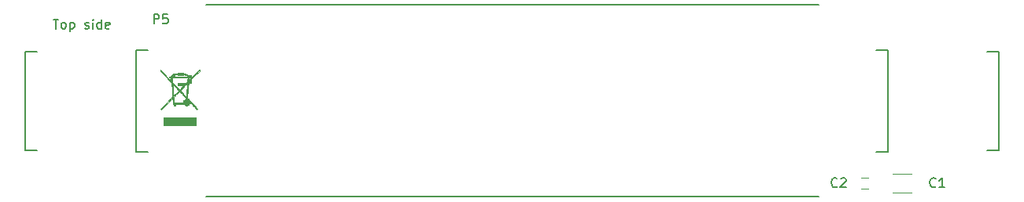
<source format=gbr>
G04 #@! TF.FileFunction,Legend,Top*
%FSLAX46Y46*%
G04 Gerber Fmt 4.6, Leading zero omitted, Abs format (unit mm)*
G04 Created by KiCad (PCBNEW 4.0.6) date Mon Sep  4 14:46:53 2017*
%MOMM*%
%LPD*%
G01*
G04 APERTURE LIST*
%ADD10C,0.100000*%
%ADD11C,0.150000*%
%ADD12C,0.120000*%
%ADD13C,0.010000*%
G04 APERTURE END LIST*
D10*
D11*
X34623762Y-29297381D02*
X35195191Y-29297381D01*
X34909476Y-30297381D02*
X34909476Y-29297381D01*
X35671381Y-30297381D02*
X35576143Y-30249762D01*
X35528524Y-30202143D01*
X35480905Y-30106905D01*
X35480905Y-29821190D01*
X35528524Y-29725952D01*
X35576143Y-29678333D01*
X35671381Y-29630714D01*
X35814239Y-29630714D01*
X35909477Y-29678333D01*
X35957096Y-29725952D01*
X36004715Y-29821190D01*
X36004715Y-30106905D01*
X35957096Y-30202143D01*
X35909477Y-30249762D01*
X35814239Y-30297381D01*
X35671381Y-30297381D01*
X36433286Y-29630714D02*
X36433286Y-30630714D01*
X36433286Y-29678333D02*
X36528524Y-29630714D01*
X36719001Y-29630714D01*
X36814239Y-29678333D01*
X36861858Y-29725952D01*
X36909477Y-29821190D01*
X36909477Y-30106905D01*
X36861858Y-30202143D01*
X36814239Y-30249762D01*
X36719001Y-30297381D01*
X36528524Y-30297381D01*
X36433286Y-30249762D01*
X38052334Y-30249762D02*
X38147572Y-30297381D01*
X38338048Y-30297381D01*
X38433287Y-30249762D01*
X38480906Y-30154524D01*
X38480906Y-30106905D01*
X38433287Y-30011667D01*
X38338048Y-29964048D01*
X38195191Y-29964048D01*
X38099953Y-29916429D01*
X38052334Y-29821190D01*
X38052334Y-29773571D01*
X38099953Y-29678333D01*
X38195191Y-29630714D01*
X38338048Y-29630714D01*
X38433287Y-29678333D01*
X38909477Y-30297381D02*
X38909477Y-29630714D01*
X38909477Y-29297381D02*
X38861858Y-29345000D01*
X38909477Y-29392619D01*
X38957096Y-29345000D01*
X38909477Y-29297381D01*
X38909477Y-29392619D01*
X39814239Y-30297381D02*
X39814239Y-29297381D01*
X39814239Y-30249762D02*
X39719001Y-30297381D01*
X39528524Y-30297381D01*
X39433286Y-30249762D01*
X39385667Y-30202143D01*
X39338048Y-30106905D01*
X39338048Y-29821190D01*
X39385667Y-29725952D01*
X39433286Y-29678333D01*
X39528524Y-29630714D01*
X39719001Y-29630714D01*
X39814239Y-29678333D01*
X40671382Y-30249762D02*
X40576144Y-30297381D01*
X40385667Y-30297381D01*
X40290429Y-30249762D01*
X40242810Y-30154524D01*
X40242810Y-29773571D01*
X40290429Y-29678333D01*
X40385667Y-29630714D01*
X40576144Y-29630714D01*
X40671382Y-29678333D01*
X40719001Y-29773571D01*
X40719001Y-29868810D01*
X40242810Y-29964048D01*
X31608000Y-32750000D02*
X31608000Y-43450000D01*
X51058000Y-48450000D02*
X117058000Y-48450000D01*
X44828000Y-43600000D02*
X43558000Y-43600000D01*
X43558000Y-32600000D02*
X43558000Y-43600000D01*
X43558000Y-32600000D02*
X44828000Y-32600000D01*
X123248000Y-32600000D02*
X124518000Y-32600000D01*
X124518000Y-32600000D02*
X124518000Y-43600000D01*
X124518000Y-43600000D02*
X123248000Y-43600000D01*
X51058000Y-27750000D02*
X117058000Y-27750000D01*
X136468000Y-32750000D02*
X136468000Y-43450000D01*
X135198000Y-32750000D02*
X136468000Y-32750000D01*
X135198000Y-43450000D02*
X136468000Y-43450000D01*
X31608000Y-43450000D02*
X32878000Y-43450000D01*
X31608000Y-32750000D02*
X32878000Y-32750000D01*
D12*
X127000000Y-45980000D02*
X125000000Y-45980000D01*
X125000000Y-48020000D02*
X127000000Y-48020000D01*
X121650000Y-46400000D02*
X122350000Y-46400000D01*
X122350000Y-47600000D02*
X121650000Y-47600000D01*
D13*
G36*
X50007822Y-40736822D02*
X46487029Y-40736822D01*
X46487029Y-39869198D01*
X50007822Y-39869198D01*
X50007822Y-40736822D01*
X50007822Y-40736822D01*
G37*
X50007822Y-40736822D02*
X46487029Y-40736822D01*
X46487029Y-39869198D01*
X50007822Y-39869198D01*
X50007822Y-40736822D01*
G36*
X50384430Y-34783848D02*
X50383811Y-34870931D01*
X49932086Y-35329891D01*
X49480361Y-35788852D01*
X49480032Y-35999471D01*
X49479703Y-36210089D01*
X49204610Y-36210089D01*
X49197522Y-36263530D01*
X49194838Y-36287888D01*
X49190313Y-36333759D01*
X49184191Y-36398405D01*
X49176712Y-36479091D01*
X49168119Y-36573081D01*
X49158654Y-36677637D01*
X49148558Y-36790025D01*
X49138074Y-36907507D01*
X49127444Y-37027348D01*
X49116909Y-37146811D01*
X49106713Y-37263159D01*
X49097095Y-37373657D01*
X49088300Y-37475569D01*
X49080568Y-37566158D01*
X49074142Y-37642687D01*
X49069263Y-37702421D01*
X49066175Y-37742624D01*
X49065117Y-37760559D01*
X49065118Y-37760644D01*
X49072827Y-37775035D01*
X49095981Y-37804748D01*
X49134895Y-37850131D01*
X49189884Y-37911529D01*
X49261264Y-37989288D01*
X49349349Y-38083754D01*
X49454454Y-38195272D01*
X49576895Y-38324188D01*
X49611310Y-38360287D01*
X50157137Y-38932416D01*
X50068881Y-39020436D01*
X49997485Y-38942758D01*
X49971366Y-38914686D01*
X49930566Y-38871274D01*
X49877777Y-38815366D01*
X49815691Y-38749808D01*
X49747000Y-38677441D01*
X49674396Y-38601112D01*
X49630960Y-38555524D01*
X49549416Y-38470119D01*
X49483504Y-38401710D01*
X49431544Y-38349053D01*
X49391855Y-38310905D01*
X49362757Y-38286020D01*
X49342569Y-38273156D01*
X49329610Y-38271068D01*
X49322200Y-38278513D01*
X49318658Y-38294246D01*
X49317303Y-38317023D01*
X49317121Y-38323239D01*
X49307703Y-38366061D01*
X49284497Y-38417819D01*
X49252136Y-38470328D01*
X49215252Y-38515403D01*
X49200493Y-38529328D01*
X49124767Y-38578047D01*
X49036308Y-38605306D01*
X48958100Y-38611773D01*
X48869468Y-38599576D01*
X48787612Y-38563813D01*
X48715164Y-38505722D01*
X48701797Y-38491262D01*
X48652918Y-38435733D01*
X47807326Y-38435733D01*
X47807326Y-38611773D01*
X47580990Y-38611773D01*
X47580990Y-38529531D01*
X47578150Y-38473386D01*
X47568607Y-38434416D01*
X47557009Y-38413219D01*
X47548723Y-38398052D01*
X47541627Y-38376062D01*
X47535252Y-38343987D01*
X47529128Y-38298569D01*
X47522784Y-38236548D01*
X47515750Y-38154662D01*
X47510934Y-38093746D01*
X47488839Y-37808343D01*
X46946435Y-38357805D01*
X46848363Y-38457228D01*
X46754216Y-38552815D01*
X46665715Y-38642810D01*
X46584580Y-38725457D01*
X46512531Y-38799001D01*
X46451288Y-38861684D01*
X46402573Y-38911752D01*
X46368104Y-38947448D01*
X46349621Y-38966995D01*
X46319257Y-38997944D01*
X46293929Y-39019530D01*
X46280305Y-39026723D01*
X46262905Y-39018297D01*
X46237540Y-38997245D01*
X46228942Y-38988671D01*
X46192486Y-38950620D01*
X46393198Y-38746658D01*
X46444404Y-38694699D01*
X46510431Y-38627820D01*
X46588382Y-38548950D01*
X46675362Y-38461014D01*
X46768474Y-38366941D01*
X46864821Y-38269658D01*
X46961508Y-38172093D01*
X47030866Y-38102145D01*
X47136297Y-37995550D01*
X47224871Y-37905307D01*
X47297719Y-37830192D01*
X47355977Y-37768986D01*
X47400775Y-37720466D01*
X47422979Y-37695129D01*
X47601276Y-37695129D01*
X47623599Y-37980555D01*
X47630331Y-38064219D01*
X47636843Y-38140727D01*
X47642766Y-38206081D01*
X47647732Y-38256281D01*
X47651371Y-38287329D01*
X47652542Y-38294273D01*
X47659162Y-38322565D01*
X48608636Y-38322565D01*
X48614974Y-38243606D01*
X48634110Y-38150315D01*
X48674154Y-38067791D01*
X48732582Y-37999038D01*
X48806871Y-37947063D01*
X48890252Y-37915863D01*
X48917302Y-37901228D01*
X48930844Y-37869819D01*
X48931128Y-37868434D01*
X48932753Y-37855174D01*
X48930744Y-37841595D01*
X48923142Y-37825181D01*
X48907984Y-37803411D01*
X48883312Y-37773767D01*
X48847164Y-37733732D01*
X48797580Y-37680785D01*
X48732599Y-37612409D01*
X48728401Y-37608005D01*
X48658507Y-37534611D01*
X48584200Y-37456437D01*
X48510586Y-37378864D01*
X48442771Y-37307275D01*
X48385860Y-37247051D01*
X48373168Y-37233587D01*
X48324513Y-37182820D01*
X48281291Y-37139375D01*
X48246605Y-37106241D01*
X48223556Y-37086405D01*
X48215818Y-37082046D01*
X48204278Y-37091170D01*
X48177290Y-37116200D01*
X48136979Y-37155052D01*
X48085471Y-37205643D01*
X48024891Y-37265888D01*
X47957364Y-37333704D01*
X47902174Y-37389565D01*
X47601276Y-37695129D01*
X47422979Y-37695129D01*
X47433249Y-37683411D01*
X47454529Y-37656599D01*
X47465749Y-37638808D01*
X47468246Y-37630570D01*
X47467300Y-37612590D01*
X47464427Y-37571892D01*
X47459813Y-37510819D01*
X47453642Y-37431713D01*
X47446102Y-37336914D01*
X47437379Y-37228767D01*
X47427657Y-37109612D01*
X47417124Y-36981791D01*
X47408635Y-36879635D01*
X47360604Y-36303674D01*
X47484195Y-36303674D01*
X47484727Y-36316104D01*
X47487231Y-36351110D01*
X47491504Y-36406215D01*
X47497347Y-36478943D01*
X47504557Y-36566814D01*
X47512934Y-36667351D01*
X47522277Y-36778077D01*
X47531242Y-36883205D01*
X47541398Y-37002483D01*
X47550858Y-37115080D01*
X47559404Y-37218305D01*
X47566821Y-37309473D01*
X47572892Y-37385895D01*
X47577399Y-37444883D01*
X47580127Y-37483749D01*
X47580884Y-37498844D01*
X47582065Y-37508238D01*
X47586744Y-37511966D01*
X47596724Y-37508471D01*
X47613810Y-37496199D01*
X47639804Y-37473594D01*
X47676510Y-37439100D01*
X47725733Y-37391162D01*
X47789274Y-37328224D01*
X47856695Y-37260968D01*
X48132399Y-36985477D01*
X48130467Y-36983406D01*
X48312710Y-36983406D01*
X48321016Y-36994780D01*
X48344267Y-37021563D01*
X48380135Y-37061292D01*
X48426287Y-37111507D01*
X48480394Y-37169746D01*
X48540126Y-37233547D01*
X48603152Y-37300449D01*
X48667142Y-37367990D01*
X48729764Y-37433710D01*
X48788690Y-37495146D01*
X48841588Y-37549837D01*
X48886128Y-37595322D01*
X48919980Y-37629138D01*
X48940812Y-37648826D01*
X48946494Y-37652837D01*
X48948366Y-37639891D01*
X48952254Y-37604134D01*
X48957943Y-37547804D01*
X48965219Y-37473140D01*
X48973869Y-37382380D01*
X48983678Y-37277762D01*
X48994434Y-37161526D01*
X49005921Y-37035908D01*
X49015093Y-36934618D01*
X49026826Y-36803279D01*
X49037665Y-36679552D01*
X49047430Y-36565681D01*
X49055937Y-36463911D01*
X49063005Y-36376487D01*
X49068451Y-36305653D01*
X49072092Y-36253653D01*
X49073747Y-36222732D01*
X49073558Y-36214703D01*
X49063666Y-36221854D01*
X49038476Y-36244841D01*
X49000190Y-36281439D01*
X48951011Y-36329422D01*
X48893139Y-36386566D01*
X48828778Y-36450647D01*
X48760129Y-36519438D01*
X48689395Y-36590716D01*
X48618778Y-36662255D01*
X48550480Y-36731830D01*
X48486704Y-36797217D01*
X48429650Y-36856191D01*
X48381522Y-36906527D01*
X48344522Y-36945999D01*
X48320852Y-36972383D01*
X48312710Y-36983406D01*
X48130467Y-36983406D01*
X48029591Y-36875295D01*
X47977232Y-36819377D01*
X47918465Y-36756948D01*
X47855615Y-36690443D01*
X47791005Y-36622298D01*
X47726958Y-36554948D01*
X47665797Y-36490828D01*
X47609847Y-36432372D01*
X47561430Y-36382018D01*
X47522870Y-36342198D01*
X47496491Y-36315350D01*
X47484616Y-36303908D01*
X47484195Y-36303674D01*
X47360604Y-36303674D01*
X47348599Y-36159726D01*
X46748062Y-35528158D01*
X46147525Y-34896589D01*
X46147966Y-34808315D01*
X46148408Y-34720040D01*
X46245417Y-34823666D01*
X46299709Y-34881463D01*
X46363808Y-34949368D01*
X46435984Y-35025572D01*
X46514508Y-35108269D01*
X46597651Y-35195653D01*
X46683681Y-35285915D01*
X46770870Y-35377250D01*
X46857487Y-35467849D01*
X46941803Y-35555907D01*
X47022088Y-35639615D01*
X47096613Y-35717167D01*
X47163646Y-35786757D01*
X47221459Y-35846576D01*
X47268321Y-35894818D01*
X47302504Y-35929676D01*
X47322276Y-35949343D01*
X47326610Y-35953116D01*
X47326908Y-35939992D01*
X47325269Y-35906389D01*
X47321977Y-35856880D01*
X47317318Y-35796037D01*
X47315318Y-35771732D01*
X47300423Y-35593951D01*
X47417045Y-35593951D01*
X47423066Y-35622243D01*
X47426137Y-35644618D01*
X47430452Y-35686717D01*
X47435512Y-35743178D01*
X47440819Y-35808635D01*
X47442656Y-35832862D01*
X47448073Y-35902421D01*
X47453541Y-35967018D01*
X47458512Y-36020548D01*
X47462439Y-36056910D01*
X47463325Y-36063509D01*
X47466666Y-36077056D01*
X47473899Y-36092914D01*
X47486560Y-36112861D01*
X47506189Y-36138673D01*
X47534322Y-36172129D01*
X47572498Y-36215007D01*
X47622254Y-36269083D01*
X47685129Y-36336136D01*
X47762659Y-36417943D01*
X47841749Y-36500950D01*
X47920436Y-36583094D01*
X47993888Y-36659169D01*
X48060276Y-36727325D01*
X48117773Y-36785712D01*
X48164549Y-36832481D01*
X48198776Y-36865782D01*
X48218627Y-36883767D01*
X48222860Y-36886442D01*
X48233997Y-36876741D01*
X48260029Y-36851441D01*
X48298430Y-36813082D01*
X48346672Y-36764200D01*
X48402230Y-36707334D01*
X48442408Y-36665906D01*
X48652169Y-36449000D01*
X48033663Y-36449000D01*
X48033663Y-36210089D01*
X48788119Y-36210089D01*
X48788119Y-36316542D01*
X48926435Y-36178654D01*
X49024553Y-36080840D01*
X49215643Y-36080840D01*
X49217471Y-36096270D01*
X49226723Y-36104867D01*
X49249050Y-36108613D01*
X49290105Y-36109489D01*
X49297376Y-36109495D01*
X49379109Y-36109495D01*
X49379109Y-35890172D01*
X49297376Y-35971179D01*
X49251270Y-36020428D01*
X49223694Y-36058159D01*
X49215643Y-36080840D01*
X49024553Y-36080840D01*
X49064752Y-36040766D01*
X49064752Y-35917952D01*
X49065137Y-35861450D01*
X49066900Y-35825505D01*
X49070950Y-35805530D01*
X49078199Y-35796937D01*
X49089130Y-35795139D01*
X49101288Y-35792498D01*
X49110273Y-35781912D01*
X49117174Y-35759381D01*
X49123076Y-35720909D01*
X49129065Y-35662498D01*
X49130987Y-35641104D01*
X49135148Y-35593951D01*
X47417045Y-35593951D01*
X47300423Y-35593951D01*
X47140891Y-35593951D01*
X47140891Y-35480782D01*
X47208686Y-35480782D01*
X47248338Y-35479696D01*
X47269884Y-35474454D01*
X47272520Y-35471334D01*
X47411384Y-35471334D01*
X47418692Y-35478462D01*
X47444007Y-35480662D01*
X47461092Y-35480782D01*
X47518119Y-35480782D01*
X47730779Y-35480782D01*
X49145302Y-35480782D01*
X49097458Y-35431786D01*
X49023150Y-35371324D01*
X48931184Y-35324691D01*
X48820002Y-35291249D01*
X48709529Y-35272753D01*
X48637227Y-35264122D01*
X48637227Y-35355040D01*
X48058812Y-35355040D01*
X48058812Y-35251893D01*
X47973935Y-35260496D01*
X47914632Y-35267756D01*
X47851449Y-35277379D01*
X47813614Y-35284252D01*
X47738168Y-35299407D01*
X47734474Y-35390095D01*
X47730779Y-35480782D01*
X47518119Y-35480782D01*
X47518119Y-35430485D01*
X47516456Y-35398976D01*
X47512303Y-35381463D01*
X47510629Y-35380188D01*
X47492013Y-35388254D01*
X47464817Y-35407820D01*
X47437552Y-35431944D01*
X47418733Y-35453682D01*
X47417057Y-35456508D01*
X47411384Y-35471334D01*
X47272520Y-35471334D01*
X47280338Y-35462081D01*
X47284558Y-35448604D01*
X47301781Y-35413627D01*
X47334862Y-35371579D01*
X47378107Y-35328356D01*
X47425826Y-35289854D01*
X47457170Y-35269801D01*
X47492877Y-35247851D01*
X47511181Y-35229411D01*
X47517612Y-35207668D01*
X47518106Y-35194718D01*
X47518106Y-35191575D01*
X48159406Y-35191575D01*
X48159406Y-35254446D01*
X48536633Y-35254446D01*
X48536633Y-35191575D01*
X48159406Y-35191575D01*
X47518106Y-35191575D01*
X47518119Y-35153852D01*
X47623952Y-35153852D01*
X47672645Y-35155029D01*
X47710595Y-35158165D01*
X47731692Y-35162671D01*
X47733977Y-35164495D01*
X47747359Y-35167295D01*
X47779926Y-35166148D01*
X47826084Y-35161393D01*
X47857624Y-35157003D01*
X47914812Y-35148378D01*
X47967114Y-35140591D01*
X48006418Y-35134847D01*
X48017945Y-35133215D01*
X48048063Y-35123888D01*
X48058812Y-35109272D01*
X48062080Y-35103320D01*
X48073770Y-35098778D01*
X48096712Y-35095470D01*
X48133735Y-35093215D01*
X48187668Y-35091834D01*
X48261340Y-35091150D01*
X48348020Y-35090980D01*
X48440529Y-35091077D01*
X48510906Y-35091530D01*
X48562164Y-35092590D01*
X48597320Y-35094503D01*
X48619389Y-35097519D01*
X48631385Y-35101885D01*
X48636324Y-35107849D01*
X48637227Y-35114784D01*
X48644921Y-35136795D01*
X48670121Y-35149321D01*
X48716009Y-35153788D01*
X48724264Y-35153852D01*
X48801973Y-35161868D01*
X48890233Y-35183936D01*
X48981085Y-35217084D01*
X49066570Y-35258339D01*
X49138726Y-35304731D01*
X49148072Y-35312082D01*
X49178533Y-35335998D01*
X49196572Y-35345576D01*
X49209169Y-35342480D01*
X49222100Y-35329704D01*
X49260293Y-35304678D01*
X49309998Y-35295071D01*
X49363524Y-35300067D01*
X49413178Y-35318851D01*
X49451267Y-35350606D01*
X49454025Y-35354297D01*
X49482526Y-35413575D01*
X49487828Y-35474934D01*
X49470518Y-35533427D01*
X49431180Y-35584104D01*
X49426370Y-35588289D01*
X49398440Y-35608167D01*
X49370102Y-35616921D01*
X49330263Y-35617553D01*
X49320311Y-35616992D01*
X49281332Y-35615562D01*
X49261254Y-35618839D01*
X49253985Y-35628728D01*
X49253240Y-35637961D01*
X49251716Y-35664744D01*
X49247935Y-35705025D01*
X49245218Y-35729124D01*
X49241277Y-35767401D01*
X49242916Y-35786996D01*
X49252421Y-35794158D01*
X49269351Y-35795139D01*
X49279392Y-35791901D01*
X49295590Y-35781420D01*
X49319145Y-35762548D01*
X49351257Y-35734135D01*
X49393128Y-35695035D01*
X49445957Y-35644097D01*
X49510945Y-35580173D01*
X49589291Y-35502114D01*
X49682197Y-35408772D01*
X49790863Y-35298998D01*
X49843231Y-35245952D01*
X50385049Y-34696767D01*
X50384430Y-34783848D01*
X50384430Y-34783848D01*
G37*
X50384430Y-34783848D02*
X50383811Y-34870931D01*
X49932086Y-35329891D01*
X49480361Y-35788852D01*
X49480032Y-35999471D01*
X49479703Y-36210089D01*
X49204610Y-36210089D01*
X49197522Y-36263530D01*
X49194838Y-36287888D01*
X49190313Y-36333759D01*
X49184191Y-36398405D01*
X49176712Y-36479091D01*
X49168119Y-36573081D01*
X49158654Y-36677637D01*
X49148558Y-36790025D01*
X49138074Y-36907507D01*
X49127444Y-37027348D01*
X49116909Y-37146811D01*
X49106713Y-37263159D01*
X49097095Y-37373657D01*
X49088300Y-37475569D01*
X49080568Y-37566158D01*
X49074142Y-37642687D01*
X49069263Y-37702421D01*
X49066175Y-37742624D01*
X49065117Y-37760559D01*
X49065118Y-37760644D01*
X49072827Y-37775035D01*
X49095981Y-37804748D01*
X49134895Y-37850131D01*
X49189884Y-37911529D01*
X49261264Y-37989288D01*
X49349349Y-38083754D01*
X49454454Y-38195272D01*
X49576895Y-38324188D01*
X49611310Y-38360287D01*
X50157137Y-38932416D01*
X50068881Y-39020436D01*
X49997485Y-38942758D01*
X49971366Y-38914686D01*
X49930566Y-38871274D01*
X49877777Y-38815366D01*
X49815691Y-38749808D01*
X49747000Y-38677441D01*
X49674396Y-38601112D01*
X49630960Y-38555524D01*
X49549416Y-38470119D01*
X49483504Y-38401710D01*
X49431544Y-38349053D01*
X49391855Y-38310905D01*
X49362757Y-38286020D01*
X49342569Y-38273156D01*
X49329610Y-38271068D01*
X49322200Y-38278513D01*
X49318658Y-38294246D01*
X49317303Y-38317023D01*
X49317121Y-38323239D01*
X49307703Y-38366061D01*
X49284497Y-38417819D01*
X49252136Y-38470328D01*
X49215252Y-38515403D01*
X49200493Y-38529328D01*
X49124767Y-38578047D01*
X49036308Y-38605306D01*
X48958100Y-38611773D01*
X48869468Y-38599576D01*
X48787612Y-38563813D01*
X48715164Y-38505722D01*
X48701797Y-38491262D01*
X48652918Y-38435733D01*
X47807326Y-38435733D01*
X47807326Y-38611773D01*
X47580990Y-38611773D01*
X47580990Y-38529531D01*
X47578150Y-38473386D01*
X47568607Y-38434416D01*
X47557009Y-38413219D01*
X47548723Y-38398052D01*
X47541627Y-38376062D01*
X47535252Y-38343987D01*
X47529128Y-38298569D01*
X47522784Y-38236548D01*
X47515750Y-38154662D01*
X47510934Y-38093746D01*
X47488839Y-37808343D01*
X46946435Y-38357805D01*
X46848363Y-38457228D01*
X46754216Y-38552815D01*
X46665715Y-38642810D01*
X46584580Y-38725457D01*
X46512531Y-38799001D01*
X46451288Y-38861684D01*
X46402573Y-38911752D01*
X46368104Y-38947448D01*
X46349621Y-38966995D01*
X46319257Y-38997944D01*
X46293929Y-39019530D01*
X46280305Y-39026723D01*
X46262905Y-39018297D01*
X46237540Y-38997245D01*
X46228942Y-38988671D01*
X46192486Y-38950620D01*
X46393198Y-38746658D01*
X46444404Y-38694699D01*
X46510431Y-38627820D01*
X46588382Y-38548950D01*
X46675362Y-38461014D01*
X46768474Y-38366941D01*
X46864821Y-38269658D01*
X46961508Y-38172093D01*
X47030866Y-38102145D01*
X47136297Y-37995550D01*
X47224871Y-37905307D01*
X47297719Y-37830192D01*
X47355977Y-37768986D01*
X47400775Y-37720466D01*
X47422979Y-37695129D01*
X47601276Y-37695129D01*
X47623599Y-37980555D01*
X47630331Y-38064219D01*
X47636843Y-38140727D01*
X47642766Y-38206081D01*
X47647732Y-38256281D01*
X47651371Y-38287329D01*
X47652542Y-38294273D01*
X47659162Y-38322565D01*
X48608636Y-38322565D01*
X48614974Y-38243606D01*
X48634110Y-38150315D01*
X48674154Y-38067791D01*
X48732582Y-37999038D01*
X48806871Y-37947063D01*
X48890252Y-37915863D01*
X48917302Y-37901228D01*
X48930844Y-37869819D01*
X48931128Y-37868434D01*
X48932753Y-37855174D01*
X48930744Y-37841595D01*
X48923142Y-37825181D01*
X48907984Y-37803411D01*
X48883312Y-37773767D01*
X48847164Y-37733732D01*
X48797580Y-37680785D01*
X48732599Y-37612409D01*
X48728401Y-37608005D01*
X48658507Y-37534611D01*
X48584200Y-37456437D01*
X48510586Y-37378864D01*
X48442771Y-37307275D01*
X48385860Y-37247051D01*
X48373168Y-37233587D01*
X48324513Y-37182820D01*
X48281291Y-37139375D01*
X48246605Y-37106241D01*
X48223556Y-37086405D01*
X48215818Y-37082046D01*
X48204278Y-37091170D01*
X48177290Y-37116200D01*
X48136979Y-37155052D01*
X48085471Y-37205643D01*
X48024891Y-37265888D01*
X47957364Y-37333704D01*
X47902174Y-37389565D01*
X47601276Y-37695129D01*
X47422979Y-37695129D01*
X47433249Y-37683411D01*
X47454529Y-37656599D01*
X47465749Y-37638808D01*
X47468246Y-37630570D01*
X47467300Y-37612590D01*
X47464427Y-37571892D01*
X47459813Y-37510819D01*
X47453642Y-37431713D01*
X47446102Y-37336914D01*
X47437379Y-37228767D01*
X47427657Y-37109612D01*
X47417124Y-36981791D01*
X47408635Y-36879635D01*
X47360604Y-36303674D01*
X47484195Y-36303674D01*
X47484727Y-36316104D01*
X47487231Y-36351110D01*
X47491504Y-36406215D01*
X47497347Y-36478943D01*
X47504557Y-36566814D01*
X47512934Y-36667351D01*
X47522277Y-36778077D01*
X47531242Y-36883205D01*
X47541398Y-37002483D01*
X47550858Y-37115080D01*
X47559404Y-37218305D01*
X47566821Y-37309473D01*
X47572892Y-37385895D01*
X47577399Y-37444883D01*
X47580127Y-37483749D01*
X47580884Y-37498844D01*
X47582065Y-37508238D01*
X47586744Y-37511966D01*
X47596724Y-37508471D01*
X47613810Y-37496199D01*
X47639804Y-37473594D01*
X47676510Y-37439100D01*
X47725733Y-37391162D01*
X47789274Y-37328224D01*
X47856695Y-37260968D01*
X48132399Y-36985477D01*
X48130467Y-36983406D01*
X48312710Y-36983406D01*
X48321016Y-36994780D01*
X48344267Y-37021563D01*
X48380135Y-37061292D01*
X48426287Y-37111507D01*
X48480394Y-37169746D01*
X48540126Y-37233547D01*
X48603152Y-37300449D01*
X48667142Y-37367990D01*
X48729764Y-37433710D01*
X48788690Y-37495146D01*
X48841588Y-37549837D01*
X48886128Y-37595322D01*
X48919980Y-37629138D01*
X48940812Y-37648826D01*
X48946494Y-37652837D01*
X48948366Y-37639891D01*
X48952254Y-37604134D01*
X48957943Y-37547804D01*
X48965219Y-37473140D01*
X48973869Y-37382380D01*
X48983678Y-37277762D01*
X48994434Y-37161526D01*
X49005921Y-37035908D01*
X49015093Y-36934618D01*
X49026826Y-36803279D01*
X49037665Y-36679552D01*
X49047430Y-36565681D01*
X49055937Y-36463911D01*
X49063005Y-36376487D01*
X49068451Y-36305653D01*
X49072092Y-36253653D01*
X49073747Y-36222732D01*
X49073558Y-36214703D01*
X49063666Y-36221854D01*
X49038476Y-36244841D01*
X49000190Y-36281439D01*
X48951011Y-36329422D01*
X48893139Y-36386566D01*
X48828778Y-36450647D01*
X48760129Y-36519438D01*
X48689395Y-36590716D01*
X48618778Y-36662255D01*
X48550480Y-36731830D01*
X48486704Y-36797217D01*
X48429650Y-36856191D01*
X48381522Y-36906527D01*
X48344522Y-36945999D01*
X48320852Y-36972383D01*
X48312710Y-36983406D01*
X48130467Y-36983406D01*
X48029591Y-36875295D01*
X47977232Y-36819377D01*
X47918465Y-36756948D01*
X47855615Y-36690443D01*
X47791005Y-36622298D01*
X47726958Y-36554948D01*
X47665797Y-36490828D01*
X47609847Y-36432372D01*
X47561430Y-36382018D01*
X47522870Y-36342198D01*
X47496491Y-36315350D01*
X47484616Y-36303908D01*
X47484195Y-36303674D01*
X47360604Y-36303674D01*
X47348599Y-36159726D01*
X46748062Y-35528158D01*
X46147525Y-34896589D01*
X46147966Y-34808315D01*
X46148408Y-34720040D01*
X46245417Y-34823666D01*
X46299709Y-34881463D01*
X46363808Y-34949368D01*
X46435984Y-35025572D01*
X46514508Y-35108269D01*
X46597651Y-35195653D01*
X46683681Y-35285915D01*
X46770870Y-35377250D01*
X46857487Y-35467849D01*
X46941803Y-35555907D01*
X47022088Y-35639615D01*
X47096613Y-35717167D01*
X47163646Y-35786757D01*
X47221459Y-35846576D01*
X47268321Y-35894818D01*
X47302504Y-35929676D01*
X47322276Y-35949343D01*
X47326610Y-35953116D01*
X47326908Y-35939992D01*
X47325269Y-35906389D01*
X47321977Y-35856880D01*
X47317318Y-35796037D01*
X47315318Y-35771732D01*
X47300423Y-35593951D01*
X47417045Y-35593951D01*
X47423066Y-35622243D01*
X47426137Y-35644618D01*
X47430452Y-35686717D01*
X47435512Y-35743178D01*
X47440819Y-35808635D01*
X47442656Y-35832862D01*
X47448073Y-35902421D01*
X47453541Y-35967018D01*
X47458512Y-36020548D01*
X47462439Y-36056910D01*
X47463325Y-36063509D01*
X47466666Y-36077056D01*
X47473899Y-36092914D01*
X47486560Y-36112861D01*
X47506189Y-36138673D01*
X47534322Y-36172129D01*
X47572498Y-36215007D01*
X47622254Y-36269083D01*
X47685129Y-36336136D01*
X47762659Y-36417943D01*
X47841749Y-36500950D01*
X47920436Y-36583094D01*
X47993888Y-36659169D01*
X48060276Y-36727325D01*
X48117773Y-36785712D01*
X48164549Y-36832481D01*
X48198776Y-36865782D01*
X48218627Y-36883767D01*
X48222860Y-36886442D01*
X48233997Y-36876741D01*
X48260029Y-36851441D01*
X48298430Y-36813082D01*
X48346672Y-36764200D01*
X48402230Y-36707334D01*
X48442408Y-36665906D01*
X48652169Y-36449000D01*
X48033663Y-36449000D01*
X48033663Y-36210089D01*
X48788119Y-36210089D01*
X48788119Y-36316542D01*
X48926435Y-36178654D01*
X49024553Y-36080840D01*
X49215643Y-36080840D01*
X49217471Y-36096270D01*
X49226723Y-36104867D01*
X49249050Y-36108613D01*
X49290105Y-36109489D01*
X49297376Y-36109495D01*
X49379109Y-36109495D01*
X49379109Y-35890172D01*
X49297376Y-35971179D01*
X49251270Y-36020428D01*
X49223694Y-36058159D01*
X49215643Y-36080840D01*
X49024553Y-36080840D01*
X49064752Y-36040766D01*
X49064752Y-35917952D01*
X49065137Y-35861450D01*
X49066900Y-35825505D01*
X49070950Y-35805530D01*
X49078199Y-35796937D01*
X49089130Y-35795139D01*
X49101288Y-35792498D01*
X49110273Y-35781912D01*
X49117174Y-35759381D01*
X49123076Y-35720909D01*
X49129065Y-35662498D01*
X49130987Y-35641104D01*
X49135148Y-35593951D01*
X47417045Y-35593951D01*
X47300423Y-35593951D01*
X47140891Y-35593951D01*
X47140891Y-35480782D01*
X47208686Y-35480782D01*
X47248338Y-35479696D01*
X47269884Y-35474454D01*
X47272520Y-35471334D01*
X47411384Y-35471334D01*
X47418692Y-35478462D01*
X47444007Y-35480662D01*
X47461092Y-35480782D01*
X47518119Y-35480782D01*
X47730779Y-35480782D01*
X49145302Y-35480782D01*
X49097458Y-35431786D01*
X49023150Y-35371324D01*
X48931184Y-35324691D01*
X48820002Y-35291249D01*
X48709529Y-35272753D01*
X48637227Y-35264122D01*
X48637227Y-35355040D01*
X48058812Y-35355040D01*
X48058812Y-35251893D01*
X47973935Y-35260496D01*
X47914632Y-35267756D01*
X47851449Y-35277379D01*
X47813614Y-35284252D01*
X47738168Y-35299407D01*
X47734474Y-35390095D01*
X47730779Y-35480782D01*
X47518119Y-35480782D01*
X47518119Y-35430485D01*
X47516456Y-35398976D01*
X47512303Y-35381463D01*
X47510629Y-35380188D01*
X47492013Y-35388254D01*
X47464817Y-35407820D01*
X47437552Y-35431944D01*
X47418733Y-35453682D01*
X47417057Y-35456508D01*
X47411384Y-35471334D01*
X47272520Y-35471334D01*
X47280338Y-35462081D01*
X47284558Y-35448604D01*
X47301781Y-35413627D01*
X47334862Y-35371579D01*
X47378107Y-35328356D01*
X47425826Y-35289854D01*
X47457170Y-35269801D01*
X47492877Y-35247851D01*
X47511181Y-35229411D01*
X47517612Y-35207668D01*
X47518106Y-35194718D01*
X47518106Y-35191575D01*
X48159406Y-35191575D01*
X48159406Y-35254446D01*
X48536633Y-35254446D01*
X48536633Y-35191575D01*
X48159406Y-35191575D01*
X47518106Y-35191575D01*
X47518119Y-35153852D01*
X47623952Y-35153852D01*
X47672645Y-35155029D01*
X47710595Y-35158165D01*
X47731692Y-35162671D01*
X47733977Y-35164495D01*
X47747359Y-35167295D01*
X47779926Y-35166148D01*
X47826084Y-35161393D01*
X47857624Y-35157003D01*
X47914812Y-35148378D01*
X47967114Y-35140591D01*
X48006418Y-35134847D01*
X48017945Y-35133215D01*
X48048063Y-35123888D01*
X48058812Y-35109272D01*
X48062080Y-35103320D01*
X48073770Y-35098778D01*
X48096712Y-35095470D01*
X48133735Y-35093215D01*
X48187668Y-35091834D01*
X48261340Y-35091150D01*
X48348020Y-35090980D01*
X48440529Y-35091077D01*
X48510906Y-35091530D01*
X48562164Y-35092590D01*
X48597320Y-35094503D01*
X48619389Y-35097519D01*
X48631385Y-35101885D01*
X48636324Y-35107849D01*
X48637227Y-35114784D01*
X48644921Y-35136795D01*
X48670121Y-35149321D01*
X48716009Y-35153788D01*
X48724264Y-35153852D01*
X48801973Y-35161868D01*
X48890233Y-35183936D01*
X48981085Y-35217084D01*
X49066570Y-35258339D01*
X49138726Y-35304731D01*
X49148072Y-35312082D01*
X49178533Y-35335998D01*
X49196572Y-35345576D01*
X49209169Y-35342480D01*
X49222100Y-35329704D01*
X49260293Y-35304678D01*
X49309998Y-35295071D01*
X49363524Y-35300067D01*
X49413178Y-35318851D01*
X49451267Y-35350606D01*
X49454025Y-35354297D01*
X49482526Y-35413575D01*
X49487828Y-35474934D01*
X49470518Y-35533427D01*
X49431180Y-35584104D01*
X49426370Y-35588289D01*
X49398440Y-35608167D01*
X49370102Y-35616921D01*
X49330263Y-35617553D01*
X49320311Y-35616992D01*
X49281332Y-35615562D01*
X49261254Y-35618839D01*
X49253985Y-35628728D01*
X49253240Y-35637961D01*
X49251716Y-35664744D01*
X49247935Y-35705025D01*
X49245218Y-35729124D01*
X49241277Y-35767401D01*
X49242916Y-35786996D01*
X49252421Y-35794158D01*
X49269351Y-35795139D01*
X49279392Y-35791901D01*
X49295590Y-35781420D01*
X49319145Y-35762548D01*
X49351257Y-35734135D01*
X49393128Y-35695035D01*
X49445957Y-35644097D01*
X49510945Y-35580173D01*
X49589291Y-35502114D01*
X49682197Y-35408772D01*
X49790863Y-35298998D01*
X49843231Y-35245952D01*
X50385049Y-34696767D01*
X50384430Y-34783848D01*
D11*
X45469905Y-29752381D02*
X45469905Y-28752381D01*
X45850858Y-28752381D01*
X45946096Y-28800000D01*
X45993715Y-28847619D01*
X46041334Y-28942857D01*
X46041334Y-29085714D01*
X45993715Y-29180952D01*
X45946096Y-29228571D01*
X45850858Y-29276190D01*
X45469905Y-29276190D01*
X46946096Y-28752381D02*
X46469905Y-28752381D01*
X46422286Y-29228571D01*
X46469905Y-29180952D01*
X46565143Y-29133333D01*
X46803239Y-29133333D01*
X46898477Y-29180952D01*
X46946096Y-29228571D01*
X46993715Y-29323810D01*
X46993715Y-29561905D01*
X46946096Y-29657143D01*
X46898477Y-29704762D01*
X46803239Y-29752381D01*
X46565143Y-29752381D01*
X46469905Y-29704762D01*
X46422286Y-29657143D01*
X129633334Y-47357143D02*
X129585715Y-47404762D01*
X129442858Y-47452381D01*
X129347620Y-47452381D01*
X129204762Y-47404762D01*
X129109524Y-47309524D01*
X129061905Y-47214286D01*
X129014286Y-47023810D01*
X129014286Y-46880952D01*
X129061905Y-46690476D01*
X129109524Y-46595238D01*
X129204762Y-46500000D01*
X129347620Y-46452381D01*
X129442858Y-46452381D01*
X129585715Y-46500000D01*
X129633334Y-46547619D01*
X130585715Y-47452381D02*
X130014286Y-47452381D01*
X130300000Y-47452381D02*
X130300000Y-46452381D01*
X130204762Y-46595238D01*
X130109524Y-46690476D01*
X130014286Y-46738095D01*
X119033334Y-47357143D02*
X118985715Y-47404762D01*
X118842858Y-47452381D01*
X118747620Y-47452381D01*
X118604762Y-47404762D01*
X118509524Y-47309524D01*
X118461905Y-47214286D01*
X118414286Y-47023810D01*
X118414286Y-46880952D01*
X118461905Y-46690476D01*
X118509524Y-46595238D01*
X118604762Y-46500000D01*
X118747620Y-46452381D01*
X118842858Y-46452381D01*
X118985715Y-46500000D01*
X119033334Y-46547619D01*
X119414286Y-46547619D02*
X119461905Y-46500000D01*
X119557143Y-46452381D01*
X119795239Y-46452381D01*
X119890477Y-46500000D01*
X119938096Y-46547619D01*
X119985715Y-46642857D01*
X119985715Y-46738095D01*
X119938096Y-46880952D01*
X119366667Y-47452381D01*
X119985715Y-47452381D01*
M02*

</source>
